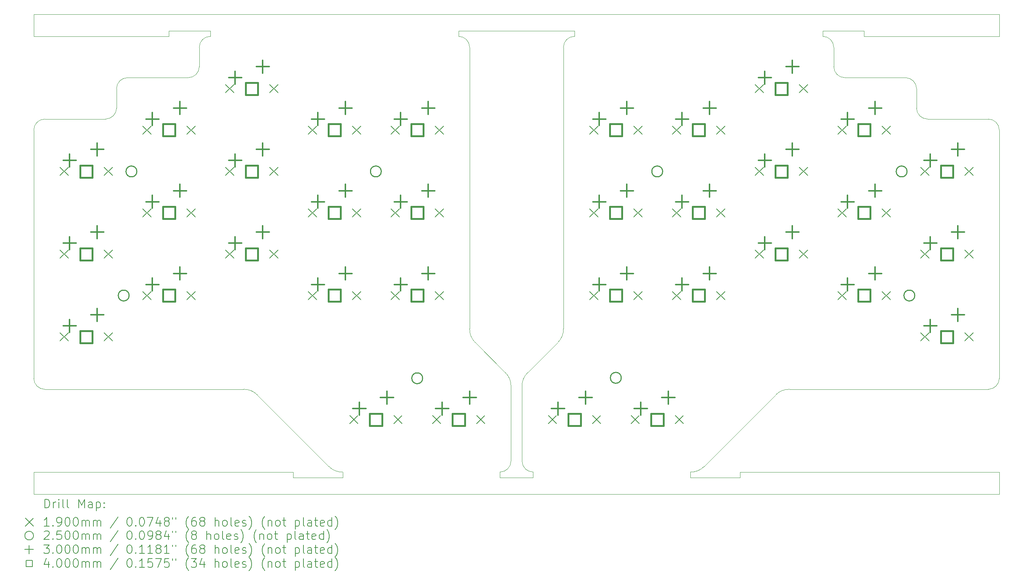
<source format=gbr>
%TF.GenerationSoftware,KiCad,Pcbnew,(6.0.7-1)-1*%
%TF.CreationDate,2022-08-07T10:56:06+08:00*%
%TF.ProjectId,Input,496e7075-742e-46b6-9963-61645f706362,2*%
%TF.SameCoordinates,PX7616b68PY48ab840*%
%TF.FileFunction,Drillmap*%
%TF.FilePolarity,Positive*%
%FSLAX45Y45*%
G04 Gerber Fmt 4.5, Leading zero omitted, Abs format (unit mm)*
G04 Created by KiCad (PCBNEW (6.0.7-1)-1) date 2022-08-07 10:56:06*
%MOMM*%
%LPD*%
G01*
G04 APERTURE LIST*
%ADD10C,0.120000*%
%ADD11C,0.200000*%
%ADD12C,0.190000*%
%ADD13C,0.250000*%
%ADD14C,0.300000*%
%ADD15C,0.400000*%
G04 APERTURE END LIST*
D10*
X14351000Y-6921500D02*
X8382000Y-6921500D01*
X2159003Y-3619500D02*
G75*
G03*
X2286000Y-3937000I417557J-17130D01*
G01*
X8382000Y-7048500D02*
X8382000Y-6921500D01*
X-762000Y-7048500D02*
X-1905000Y-7048500D01*
X-7874000Y-6921500D02*
X-7874000Y-7429500D01*
X3111497Y-4953000D02*
G75*
G03*
X2984500Y-4635500I-417557J17130D01*
G01*
X14351000Y3619500D02*
X14351000Y3111500D01*
X9525000Y-5016503D02*
G75*
G03*
X9207500Y-5143500I-17130J-417557D01*
G01*
X12446000Y1460500D02*
G75*
G03*
X12700000Y1206500I254000J0D01*
G01*
X14097000Y1206500D02*
X12700000Y1206500D01*
X-7874000Y952500D02*
X-7874000Y-4762500D01*
X4191002Y-3937002D02*
G75*
G03*
X4318000Y-3619500I-290562J300372D01*
G01*
X-3810000Y3111500D02*
X-3810000Y3238500D01*
X14097000Y-5016500D02*
G75*
G03*
X14351000Y-4762500I0J254000D01*
G01*
X1905000Y3238500D02*
X4572000Y3238500D01*
X14351000Y-4762500D02*
X14351000Y952500D01*
X-7620000Y1206500D02*
G75*
G03*
X-7874000Y952500I0J-254000D01*
G01*
X10541000Y2413000D02*
X10541000Y2857500D01*
X-1079502Y-6794502D02*
G75*
G03*
X-762000Y-6921500I300372J290562D01*
G01*
X14351000Y3619500D02*
X-7874000Y3619500D01*
X-762000Y-6921500D02*
X-762000Y-7048500D01*
X-2730498Y-5143498D02*
G75*
G03*
X-3048000Y-5016500I-300372J-290562D01*
G01*
X9207500Y-5143500D02*
X7556500Y-6794500D01*
X-4762500Y3238500D02*
X-4762500Y3111500D01*
X-7874000Y3111500D02*
X-7874000Y3619500D01*
X2857500Y-7048500D02*
X3619500Y-7048500D01*
X-6223000Y1206500D02*
G75*
G03*
X-5969000Y1460500I0J254000D01*
G01*
X-4318000Y2159000D02*
X-5715000Y2159000D01*
X10541000Y2857500D02*
G75*
G03*
X10287000Y3111500I-254000J0D01*
G01*
X9525000Y-5016500D02*
X14097000Y-5016500D01*
X11239500Y3238500D02*
X10287000Y3238500D01*
X-1079500Y-6794500D02*
X-2730500Y-5143500D01*
X-7874000Y-4762500D02*
G75*
G03*
X-7620000Y-5016500I254000J0D01*
G01*
X-4318000Y2159000D02*
G75*
G03*
X-4064000Y2413000I0J254000D01*
G01*
X-5715000Y2159000D02*
G75*
G03*
X-5969000Y1905000I0J-254000D01*
G01*
X4572000Y3238500D02*
X4572000Y3111500D01*
X3365500Y-6667500D02*
G75*
G03*
X3619500Y-6921500I254000J0D01*
G01*
X-6223000Y1206500D02*
X-7620000Y1206500D01*
X-7620000Y-5016500D02*
X-3048000Y-5016500D01*
X14351000Y952500D02*
G75*
G03*
X14097000Y1206500I-254000J0D01*
G01*
X-1905000Y-6921500D02*
X-1905000Y-7048500D01*
X12446000Y1905000D02*
G75*
G03*
X12192000Y2159000I-254000J0D01*
G01*
X10287000Y3238500D02*
X10287000Y3111500D01*
X-3810000Y3111500D02*
G75*
G03*
X-4064000Y2857500I0J-254000D01*
G01*
X3492498Y-4635498D02*
G75*
G03*
X3365500Y-4953000I290562J-300372D01*
G01*
X14351000Y3111500D02*
X11239500Y3111500D01*
X3365500Y-6667500D02*
X3365500Y-4953000D01*
X-3810000Y3238500D02*
X-4762500Y3238500D01*
X2984500Y-4635500D02*
X2286000Y-3937000D01*
X2857500Y-6921500D02*
X2857500Y-7048500D01*
X7239000Y-6921497D02*
G75*
G03*
X7556500Y-6794500I17130J417557D01*
G01*
X-4064000Y2857500D02*
X-4064000Y2413000D01*
X4318000Y2857500D02*
X4318000Y-3619500D01*
X-1905000Y-6921500D02*
X-7874000Y-6921500D01*
X3619500Y-7048500D02*
X3619500Y-6921500D01*
X7239000Y-7048500D02*
X7239000Y-6921500D01*
X4191000Y-3937000D02*
X3492500Y-4635500D01*
X10541000Y2413000D02*
G75*
G03*
X10795000Y2159000I254000J0D01*
G01*
X2857500Y-6921500D02*
G75*
G03*
X3111500Y-6667500I0J254000D01*
G01*
X3111500Y-4953000D02*
X3111500Y-6667500D01*
X14351000Y-7429500D02*
X-7874000Y-7429500D01*
X14351000Y-7429500D02*
X14351000Y-6921500D01*
X11239500Y3111500D02*
X11239500Y3238500D01*
X-4762500Y3111500D02*
X-7874000Y3111500D01*
X4572000Y3111500D02*
G75*
G03*
X4318000Y2857500I0J-254000D01*
G01*
X1905000Y3111500D02*
X1905000Y3238500D01*
X12192000Y2159000D02*
X10795000Y2159000D01*
X-5969000Y1905000D02*
X-5969000Y1460500D01*
X12446000Y1460500D02*
X12446000Y1905000D01*
X2159000Y-3619500D02*
X2159000Y2857500D01*
X2159000Y2857500D02*
G75*
G03*
X1905000Y3111500I-254000J0D01*
G01*
X8382000Y-7048500D02*
X7239000Y-7048500D01*
D11*
D12*
X-7270500Y95000D02*
X-7080500Y-95000D01*
X-7080500Y95000D02*
X-7270500Y-95000D01*
X-7270500Y-1810000D02*
X-7080500Y-2000000D01*
X-7080500Y-1810000D02*
X-7270500Y-2000000D01*
X-7270500Y-3715000D02*
X-7080500Y-3905000D01*
X-7080500Y-3715000D02*
X-7270500Y-3905000D01*
X-6254500Y95000D02*
X-6064500Y-95000D01*
X-6064500Y95000D02*
X-6254500Y-95000D01*
X-6254500Y-1810000D02*
X-6064500Y-2000000D01*
X-6064500Y-1810000D02*
X-6254500Y-2000000D01*
X-6254500Y-3715000D02*
X-6064500Y-3905000D01*
X-6064500Y-3715000D02*
X-6254500Y-3905000D01*
X-5365500Y1047500D02*
X-5175500Y857500D01*
X-5175500Y1047500D02*
X-5365500Y857500D01*
X-5365500Y-857500D02*
X-5175500Y-1047500D01*
X-5175500Y-857500D02*
X-5365500Y-1047500D01*
X-5365500Y-2762500D02*
X-5175500Y-2952500D01*
X-5175500Y-2762500D02*
X-5365500Y-2952500D01*
X-4349500Y1047500D02*
X-4159500Y857500D01*
X-4159500Y1047500D02*
X-4349500Y857500D01*
X-4349500Y-857500D02*
X-4159500Y-1047500D01*
X-4159500Y-857500D02*
X-4349500Y-1047500D01*
X-4349500Y-2762500D02*
X-4159500Y-2952500D01*
X-4159500Y-2762500D02*
X-4349500Y-2952500D01*
X-3460500Y2000000D02*
X-3270500Y1810000D01*
X-3270500Y2000000D02*
X-3460500Y1810000D01*
X-3460500Y95000D02*
X-3270500Y-95000D01*
X-3270500Y95000D02*
X-3460500Y-95000D01*
X-3460500Y-1810000D02*
X-3270500Y-2000000D01*
X-3270500Y-1810000D02*
X-3460500Y-2000000D01*
X-2444500Y2000000D02*
X-2254500Y1810000D01*
X-2254500Y2000000D02*
X-2444500Y1810000D01*
X-2444500Y95000D02*
X-2254500Y-95000D01*
X-2254500Y95000D02*
X-2444500Y-95000D01*
X-2444500Y-1810000D02*
X-2254500Y-2000000D01*
X-2254500Y-1810000D02*
X-2444500Y-2000000D01*
X-1555500Y1047500D02*
X-1365500Y857500D01*
X-1365500Y1047500D02*
X-1555500Y857500D01*
X-1555500Y-857500D02*
X-1365500Y-1047500D01*
X-1365500Y-857500D02*
X-1555500Y-1047500D01*
X-1555500Y-2762500D02*
X-1365500Y-2952500D01*
X-1365500Y-2762500D02*
X-1555500Y-2952500D01*
X-603000Y-5620000D02*
X-413000Y-5810000D01*
X-413000Y-5620000D02*
X-603000Y-5810000D01*
X-539500Y1047500D02*
X-349500Y857500D01*
X-349500Y1047500D02*
X-539500Y857500D01*
X-539500Y-857500D02*
X-349500Y-1047500D01*
X-349500Y-857500D02*
X-539500Y-1047500D01*
X-539500Y-2762500D02*
X-349500Y-2952500D01*
X-349500Y-2762500D02*
X-539500Y-2952500D01*
X349500Y1047500D02*
X539500Y857500D01*
X539500Y1047500D02*
X349500Y857500D01*
X349500Y-857500D02*
X539500Y-1047500D01*
X539500Y-857500D02*
X349500Y-1047500D01*
X349500Y-2762500D02*
X539500Y-2952500D01*
X539500Y-2762500D02*
X349500Y-2952500D01*
X413000Y-5620000D02*
X603000Y-5810000D01*
X603000Y-5620000D02*
X413000Y-5810000D01*
X1302000Y-5620000D02*
X1492000Y-5810000D01*
X1492000Y-5620000D02*
X1302000Y-5810000D01*
X1365500Y1047500D02*
X1555500Y857500D01*
X1555500Y1047500D02*
X1365500Y857500D01*
X1365500Y-857500D02*
X1555500Y-1047500D01*
X1555500Y-857500D02*
X1365500Y-1047500D01*
X1365500Y-2762500D02*
X1555500Y-2952500D01*
X1555500Y-2762500D02*
X1365500Y-2952500D01*
X2318000Y-5620000D02*
X2508000Y-5810000D01*
X2508000Y-5620000D02*
X2318000Y-5810000D01*
X3969000Y-5620000D02*
X4159000Y-5810000D01*
X4159000Y-5620000D02*
X3969000Y-5810000D01*
X4921500Y1047500D02*
X5111500Y857500D01*
X5111500Y1047500D02*
X4921500Y857500D01*
X4921500Y-857500D02*
X5111500Y-1047500D01*
X5111500Y-857500D02*
X4921500Y-1047500D01*
X4921500Y-2762500D02*
X5111500Y-2952500D01*
X5111500Y-2762500D02*
X4921500Y-2952500D01*
X4985000Y-5620000D02*
X5175000Y-5810000D01*
X5175000Y-5620000D02*
X4985000Y-5810000D01*
X5874000Y-5620000D02*
X6064000Y-5810000D01*
X6064000Y-5620000D02*
X5874000Y-5810000D01*
X5937500Y1047500D02*
X6127500Y857500D01*
X6127500Y1047500D02*
X5937500Y857500D01*
X5937500Y-857500D02*
X6127500Y-1047500D01*
X6127500Y-857500D02*
X5937500Y-1047500D01*
X5937500Y-2762500D02*
X6127500Y-2952500D01*
X6127500Y-2762500D02*
X5937500Y-2952500D01*
X6826500Y1047500D02*
X7016500Y857500D01*
X7016500Y1047500D02*
X6826500Y857500D01*
X6826500Y-857500D02*
X7016500Y-1047500D01*
X7016500Y-857500D02*
X6826500Y-1047500D01*
X6826500Y-2762500D02*
X7016500Y-2952500D01*
X7016500Y-2762500D02*
X6826500Y-2952500D01*
X6890000Y-5620000D02*
X7080000Y-5810000D01*
X7080000Y-5620000D02*
X6890000Y-5810000D01*
X7842500Y1047500D02*
X8032500Y857500D01*
X8032500Y1047500D02*
X7842500Y857500D01*
X7842500Y-857500D02*
X8032500Y-1047500D01*
X8032500Y-857500D02*
X7842500Y-1047500D01*
X7842500Y-2762500D02*
X8032500Y-2952500D01*
X8032500Y-2762500D02*
X7842500Y-2952500D01*
X8731500Y2000000D02*
X8921500Y1810000D01*
X8921500Y2000000D02*
X8731500Y1810000D01*
X8731500Y95000D02*
X8921500Y-95000D01*
X8921500Y95000D02*
X8731500Y-95000D01*
X8731500Y-1810000D02*
X8921500Y-2000000D01*
X8921500Y-1810000D02*
X8731500Y-2000000D01*
X9747500Y2000000D02*
X9937500Y1810000D01*
X9937500Y2000000D02*
X9747500Y1810000D01*
X9747500Y95000D02*
X9937500Y-95000D01*
X9937500Y95000D02*
X9747500Y-95000D01*
X9747500Y-1810000D02*
X9937500Y-2000000D01*
X9937500Y-1810000D02*
X9747500Y-2000000D01*
X10636500Y1047500D02*
X10826500Y857500D01*
X10826500Y1047500D02*
X10636500Y857500D01*
X10636500Y-857500D02*
X10826500Y-1047500D01*
X10826500Y-857500D02*
X10636500Y-1047500D01*
X10636500Y-2762500D02*
X10826500Y-2952500D01*
X10826500Y-2762500D02*
X10636500Y-2952500D01*
X11652500Y1047500D02*
X11842500Y857500D01*
X11842500Y1047500D02*
X11652500Y857500D01*
X11652500Y-857500D02*
X11842500Y-1047500D01*
X11842500Y-857500D02*
X11652500Y-1047500D01*
X11652500Y-2762500D02*
X11842500Y-2952500D01*
X11842500Y-2762500D02*
X11652500Y-2952500D01*
X12541500Y95000D02*
X12731500Y-95000D01*
X12731500Y95000D02*
X12541500Y-95000D01*
X12541500Y-1810000D02*
X12731500Y-2000000D01*
X12731500Y-1810000D02*
X12541500Y-2000000D01*
X12541500Y-3715000D02*
X12731500Y-3905000D01*
X12731500Y-3715000D02*
X12541500Y-3905000D01*
X13557500Y95000D02*
X13747500Y-95000D01*
X13747500Y95000D02*
X13557500Y-95000D01*
X13557500Y-1810000D02*
X13747500Y-2000000D01*
X13747500Y-1810000D02*
X13557500Y-2000000D01*
X13557500Y-3715000D02*
X13747500Y-3905000D01*
X13747500Y-3715000D02*
X13557500Y-3905000D01*
D13*
X-5678900Y-2857500D02*
G75*
G03*
X-5678900Y-2857500I-125000J0D01*
G01*
X-5501100Y0D02*
G75*
G03*
X-5501100Y0I-125000J0D01*
G01*
X125000Y0D02*
G75*
G03*
X125000Y0I-125000J0D01*
G01*
X1077500Y-4762500D02*
G75*
G03*
X1077500Y-4762500I-125000J0D01*
G01*
X5649500Y-4752340D02*
G75*
G03*
X5649500Y-4752340I-125000J0D01*
G01*
X6602000Y0D02*
G75*
G03*
X6602000Y0I-125000J0D01*
G01*
X12228100Y0D02*
G75*
G03*
X12228100Y0I-125000J0D01*
G01*
X12405900Y-2857500D02*
G75*
G03*
X12405900Y-2857500I-125000J0D01*
G01*
D14*
X-7048500Y404000D02*
X-7048500Y104000D01*
X-7198500Y254000D02*
X-6898500Y254000D01*
X-7048500Y-1501000D02*
X-7048500Y-1801000D01*
X-7198500Y-1651000D02*
X-6898500Y-1651000D01*
X-7048500Y-3406000D02*
X-7048500Y-3706000D01*
X-7198500Y-3556000D02*
X-6898500Y-3556000D01*
X-6413500Y658000D02*
X-6413500Y358000D01*
X-6563500Y508000D02*
X-6263500Y508000D01*
X-6413500Y-1247000D02*
X-6413500Y-1547000D01*
X-6563500Y-1397000D02*
X-6263500Y-1397000D01*
X-6413500Y-3152000D02*
X-6413500Y-3452000D01*
X-6563500Y-3302000D02*
X-6263500Y-3302000D01*
X-5143500Y1356500D02*
X-5143500Y1056500D01*
X-5293500Y1206500D02*
X-4993500Y1206500D01*
X-5143500Y-548500D02*
X-5143500Y-848500D01*
X-5293500Y-698500D02*
X-4993500Y-698500D01*
X-5143500Y-2453500D02*
X-5143500Y-2753500D01*
X-5293500Y-2603500D02*
X-4993500Y-2603500D01*
X-4508500Y1610500D02*
X-4508500Y1310500D01*
X-4658500Y1460500D02*
X-4358500Y1460500D01*
X-4508500Y-294500D02*
X-4508500Y-594500D01*
X-4658500Y-444500D02*
X-4358500Y-444500D01*
X-4508500Y-2199500D02*
X-4508500Y-2499500D01*
X-4658500Y-2349500D02*
X-4358500Y-2349500D01*
X-3238500Y2309000D02*
X-3238500Y2009000D01*
X-3388500Y2159000D02*
X-3088500Y2159000D01*
X-3238500Y404000D02*
X-3238500Y104000D01*
X-3388500Y254000D02*
X-3088500Y254000D01*
X-3238500Y-1501000D02*
X-3238500Y-1801000D01*
X-3388500Y-1651000D02*
X-3088500Y-1651000D01*
X-2603500Y2563000D02*
X-2603500Y2263000D01*
X-2753500Y2413000D02*
X-2453500Y2413000D01*
X-2603500Y658000D02*
X-2603500Y358000D01*
X-2753500Y508000D02*
X-2453500Y508000D01*
X-2603500Y-1247000D02*
X-2603500Y-1547000D01*
X-2753500Y-1397000D02*
X-2453500Y-1397000D01*
X-1333500Y1356500D02*
X-1333500Y1056500D01*
X-1483500Y1206500D02*
X-1183500Y1206500D01*
X-1333500Y-548500D02*
X-1333500Y-848500D01*
X-1483500Y-698500D02*
X-1183500Y-698500D01*
X-1333500Y-2453500D02*
X-1333500Y-2753500D01*
X-1483500Y-2603500D02*
X-1183500Y-2603500D01*
X-698500Y1610500D02*
X-698500Y1310500D01*
X-848500Y1460500D02*
X-548500Y1460500D01*
X-698500Y-294500D02*
X-698500Y-594500D01*
X-848500Y-444500D02*
X-548500Y-444500D01*
X-698500Y-2199500D02*
X-698500Y-2499500D01*
X-848500Y-2349500D02*
X-548500Y-2349500D01*
X-381000Y-5311000D02*
X-381000Y-5611000D01*
X-531000Y-5461000D02*
X-231000Y-5461000D01*
X254000Y-5057000D02*
X254000Y-5357000D01*
X104000Y-5207000D02*
X404000Y-5207000D01*
X571500Y1356500D02*
X571500Y1056500D01*
X421500Y1206500D02*
X721500Y1206500D01*
X571500Y-548500D02*
X571500Y-848500D01*
X421500Y-698500D02*
X721500Y-698500D01*
X571500Y-2453500D02*
X571500Y-2753500D01*
X421500Y-2603500D02*
X721500Y-2603500D01*
X1206500Y1610500D02*
X1206500Y1310500D01*
X1056500Y1460500D02*
X1356500Y1460500D01*
X1206500Y-294500D02*
X1206500Y-594500D01*
X1056500Y-444500D02*
X1356500Y-444500D01*
X1206500Y-2199500D02*
X1206500Y-2499500D01*
X1056500Y-2349500D02*
X1356500Y-2349500D01*
X1524000Y-5311000D02*
X1524000Y-5611000D01*
X1374000Y-5461000D02*
X1674000Y-5461000D01*
X2159000Y-5057000D02*
X2159000Y-5357000D01*
X2009000Y-5207000D02*
X2309000Y-5207000D01*
X4191000Y-5311000D02*
X4191000Y-5611000D01*
X4041000Y-5461000D02*
X4341000Y-5461000D01*
X4826000Y-5057000D02*
X4826000Y-5357000D01*
X4676000Y-5207000D02*
X4976000Y-5207000D01*
X5143500Y1356500D02*
X5143500Y1056500D01*
X4993500Y1206500D02*
X5293500Y1206500D01*
X5143500Y-548500D02*
X5143500Y-848500D01*
X4993500Y-698500D02*
X5293500Y-698500D01*
X5143500Y-2453500D02*
X5143500Y-2753500D01*
X4993500Y-2603500D02*
X5293500Y-2603500D01*
X5778500Y1610500D02*
X5778500Y1310500D01*
X5628500Y1460500D02*
X5928500Y1460500D01*
X5778500Y-294500D02*
X5778500Y-594500D01*
X5628500Y-444500D02*
X5928500Y-444500D01*
X5778500Y-2199500D02*
X5778500Y-2499500D01*
X5628500Y-2349500D02*
X5928500Y-2349500D01*
X6096000Y-5311000D02*
X6096000Y-5611000D01*
X5946000Y-5461000D02*
X6246000Y-5461000D01*
X6731000Y-5057000D02*
X6731000Y-5357000D01*
X6581000Y-5207000D02*
X6881000Y-5207000D01*
X7048500Y1356500D02*
X7048500Y1056500D01*
X6898500Y1206500D02*
X7198500Y1206500D01*
X7048500Y-548500D02*
X7048500Y-848500D01*
X6898500Y-698500D02*
X7198500Y-698500D01*
X7048500Y-2453500D02*
X7048500Y-2753500D01*
X6898500Y-2603500D02*
X7198500Y-2603500D01*
X7683500Y1610500D02*
X7683500Y1310500D01*
X7533500Y1460500D02*
X7833500Y1460500D01*
X7683500Y-294500D02*
X7683500Y-594500D01*
X7533500Y-444500D02*
X7833500Y-444500D01*
X7683500Y-2199500D02*
X7683500Y-2499500D01*
X7533500Y-2349500D02*
X7833500Y-2349500D01*
X8953500Y2309000D02*
X8953500Y2009000D01*
X8803500Y2159000D02*
X9103500Y2159000D01*
X8953500Y404000D02*
X8953500Y104000D01*
X8803500Y254000D02*
X9103500Y254000D01*
X8953500Y-1501000D02*
X8953500Y-1801000D01*
X8803500Y-1651000D02*
X9103500Y-1651000D01*
X9588500Y2563000D02*
X9588500Y2263000D01*
X9438500Y2413000D02*
X9738500Y2413000D01*
X9588500Y658000D02*
X9588500Y358000D01*
X9438500Y508000D02*
X9738500Y508000D01*
X9588500Y-1247000D02*
X9588500Y-1547000D01*
X9438500Y-1397000D02*
X9738500Y-1397000D01*
X10858500Y1356500D02*
X10858500Y1056500D01*
X10708500Y1206500D02*
X11008500Y1206500D01*
X10858500Y-548500D02*
X10858500Y-848500D01*
X10708500Y-698500D02*
X11008500Y-698500D01*
X10858500Y-2453500D02*
X10858500Y-2753500D01*
X10708500Y-2603500D02*
X11008500Y-2603500D01*
X11493500Y1610500D02*
X11493500Y1310500D01*
X11343500Y1460500D02*
X11643500Y1460500D01*
X11493500Y-294500D02*
X11493500Y-594500D01*
X11343500Y-444500D02*
X11643500Y-444500D01*
X11493500Y-2199500D02*
X11493500Y-2499500D01*
X11343500Y-2349500D02*
X11643500Y-2349500D01*
X12763500Y404000D02*
X12763500Y104000D01*
X12613500Y254000D02*
X12913500Y254000D01*
X12763500Y-1501000D02*
X12763500Y-1801000D01*
X12613500Y-1651000D02*
X12913500Y-1651000D01*
X12763500Y-3406000D02*
X12763500Y-3706000D01*
X12613500Y-3556000D02*
X12913500Y-3556000D01*
X13398500Y658000D02*
X13398500Y358000D01*
X13248500Y508000D02*
X13548500Y508000D01*
X13398500Y-1247000D02*
X13398500Y-1547000D01*
X13248500Y-1397000D02*
X13548500Y-1397000D01*
X13398500Y-3152000D02*
X13398500Y-3452000D01*
X13248500Y-3302000D02*
X13548500Y-3302000D01*
D15*
X-6526077Y-141423D02*
X-6526077Y141423D01*
X-6808923Y141423D01*
X-6808923Y-141423D01*
X-6526077Y-141423D01*
X-6526077Y-2046423D02*
X-6526077Y-1763577D01*
X-6808923Y-1763577D01*
X-6808923Y-2046423D01*
X-6526077Y-2046423D01*
X-6526077Y-3951423D02*
X-6526077Y-3668577D01*
X-6808923Y-3668577D01*
X-6808923Y-3951423D01*
X-6526077Y-3951423D01*
X-4621077Y811077D02*
X-4621077Y1093923D01*
X-4903923Y1093923D01*
X-4903923Y811077D01*
X-4621077Y811077D01*
X-4621077Y-1093923D02*
X-4621077Y-811077D01*
X-4903923Y-811077D01*
X-4903923Y-1093923D01*
X-4621077Y-1093923D01*
X-4621077Y-2998923D02*
X-4621077Y-2716077D01*
X-4903923Y-2716077D01*
X-4903923Y-2998923D01*
X-4621077Y-2998923D01*
X-2716077Y1763577D02*
X-2716077Y2046423D01*
X-2998923Y2046423D01*
X-2998923Y1763577D01*
X-2716077Y1763577D01*
X-2716077Y-141423D02*
X-2716077Y141423D01*
X-2998923Y141423D01*
X-2998923Y-141423D01*
X-2716077Y-141423D01*
X-2716077Y-2046423D02*
X-2716077Y-1763577D01*
X-2998923Y-1763577D01*
X-2998923Y-2046423D01*
X-2716077Y-2046423D01*
X-811077Y811077D02*
X-811077Y1093923D01*
X-1093923Y1093923D01*
X-1093923Y811077D01*
X-811077Y811077D01*
X-811077Y-1093923D02*
X-811077Y-811077D01*
X-1093923Y-811077D01*
X-1093923Y-1093923D01*
X-811077Y-1093923D01*
X-811077Y-2998923D02*
X-811077Y-2716077D01*
X-1093923Y-2716077D01*
X-1093923Y-2998923D01*
X-811077Y-2998923D01*
X141423Y-5856423D02*
X141423Y-5573577D01*
X-141423Y-5573577D01*
X-141423Y-5856423D01*
X141423Y-5856423D01*
X1093923Y811077D02*
X1093923Y1093923D01*
X811077Y1093923D01*
X811077Y811077D01*
X1093923Y811077D01*
X1093923Y-1093923D02*
X1093923Y-811077D01*
X811077Y-811077D01*
X811077Y-1093923D01*
X1093923Y-1093923D01*
X1093923Y-2998923D02*
X1093923Y-2716077D01*
X811077Y-2716077D01*
X811077Y-2998923D01*
X1093923Y-2998923D01*
X2046423Y-5856423D02*
X2046423Y-5573577D01*
X1763577Y-5573577D01*
X1763577Y-5856423D01*
X2046423Y-5856423D01*
X4713423Y-5856423D02*
X4713423Y-5573577D01*
X4430577Y-5573577D01*
X4430577Y-5856423D01*
X4713423Y-5856423D01*
X5665923Y811077D02*
X5665923Y1093923D01*
X5383077Y1093923D01*
X5383077Y811077D01*
X5665923Y811077D01*
X5665923Y-1093923D02*
X5665923Y-811077D01*
X5383077Y-811077D01*
X5383077Y-1093923D01*
X5665923Y-1093923D01*
X5665923Y-2998923D02*
X5665923Y-2716077D01*
X5383077Y-2716077D01*
X5383077Y-2998923D01*
X5665923Y-2998923D01*
X6618423Y-5856423D02*
X6618423Y-5573577D01*
X6335577Y-5573577D01*
X6335577Y-5856423D01*
X6618423Y-5856423D01*
X7570923Y811077D02*
X7570923Y1093923D01*
X7288077Y1093923D01*
X7288077Y811077D01*
X7570923Y811077D01*
X7570923Y-1093923D02*
X7570923Y-811077D01*
X7288077Y-811077D01*
X7288077Y-1093923D01*
X7570923Y-1093923D01*
X7570923Y-2998923D02*
X7570923Y-2716077D01*
X7288077Y-2716077D01*
X7288077Y-2998923D01*
X7570923Y-2998923D01*
X9475923Y1763577D02*
X9475923Y2046423D01*
X9193077Y2046423D01*
X9193077Y1763577D01*
X9475923Y1763577D01*
X9475923Y-141423D02*
X9475923Y141423D01*
X9193077Y141423D01*
X9193077Y-141423D01*
X9475923Y-141423D01*
X9475923Y-2046423D02*
X9475923Y-1763577D01*
X9193077Y-1763577D01*
X9193077Y-2046423D01*
X9475923Y-2046423D01*
X11380923Y811077D02*
X11380923Y1093923D01*
X11098077Y1093923D01*
X11098077Y811077D01*
X11380923Y811077D01*
X11380923Y-1093923D02*
X11380923Y-811077D01*
X11098077Y-811077D01*
X11098077Y-1093923D01*
X11380923Y-1093923D01*
X11380923Y-2998923D02*
X11380923Y-2716077D01*
X11098077Y-2716077D01*
X11098077Y-2998923D01*
X11380923Y-2998923D01*
X13285923Y-141423D02*
X13285923Y141423D01*
X13003077Y141423D01*
X13003077Y-141423D01*
X13285923Y-141423D01*
X13285923Y-2046423D02*
X13285923Y-1763577D01*
X13003077Y-1763577D01*
X13003077Y-2046423D01*
X13285923Y-2046423D01*
X13285923Y-3951423D02*
X13285923Y-3668577D01*
X13003077Y-3668577D01*
X13003077Y-3951423D01*
X13285923Y-3951423D01*
D11*
X-7622381Y-7745976D02*
X-7622381Y-7545976D01*
X-7574762Y-7545976D01*
X-7546190Y-7555500D01*
X-7527143Y-7574548D01*
X-7517619Y-7593595D01*
X-7508095Y-7631690D01*
X-7508095Y-7660262D01*
X-7517619Y-7698357D01*
X-7527143Y-7717405D01*
X-7546190Y-7736452D01*
X-7574762Y-7745976D01*
X-7622381Y-7745976D01*
X-7422381Y-7745976D02*
X-7422381Y-7612643D01*
X-7422381Y-7650738D02*
X-7412857Y-7631690D01*
X-7403333Y-7622167D01*
X-7384286Y-7612643D01*
X-7365238Y-7612643D01*
X-7298571Y-7745976D02*
X-7298571Y-7612643D01*
X-7298571Y-7545976D02*
X-7308095Y-7555500D01*
X-7298571Y-7565024D01*
X-7289048Y-7555500D01*
X-7298571Y-7545976D01*
X-7298571Y-7565024D01*
X-7174762Y-7745976D02*
X-7193810Y-7736452D01*
X-7203333Y-7717405D01*
X-7203333Y-7545976D01*
X-7070000Y-7745976D02*
X-7089048Y-7736452D01*
X-7098571Y-7717405D01*
X-7098571Y-7545976D01*
X-6841429Y-7745976D02*
X-6841429Y-7545976D01*
X-6774762Y-7688833D01*
X-6708095Y-7545976D01*
X-6708095Y-7745976D01*
X-6527143Y-7745976D02*
X-6527143Y-7641214D01*
X-6536667Y-7622167D01*
X-6555714Y-7612643D01*
X-6593810Y-7612643D01*
X-6612857Y-7622167D01*
X-6527143Y-7736452D02*
X-6546190Y-7745976D01*
X-6593810Y-7745976D01*
X-6612857Y-7736452D01*
X-6622381Y-7717405D01*
X-6622381Y-7698357D01*
X-6612857Y-7679309D01*
X-6593810Y-7669786D01*
X-6546190Y-7669786D01*
X-6527143Y-7660262D01*
X-6431905Y-7612643D02*
X-6431905Y-7812643D01*
X-6431905Y-7622167D02*
X-6412857Y-7612643D01*
X-6374762Y-7612643D01*
X-6355714Y-7622167D01*
X-6346190Y-7631690D01*
X-6336667Y-7650738D01*
X-6336667Y-7707881D01*
X-6346190Y-7726928D01*
X-6355714Y-7736452D01*
X-6374762Y-7745976D01*
X-6412857Y-7745976D01*
X-6431905Y-7736452D01*
X-6250952Y-7726928D02*
X-6241429Y-7736452D01*
X-6250952Y-7745976D01*
X-6260476Y-7736452D01*
X-6250952Y-7726928D01*
X-6250952Y-7745976D01*
X-6250952Y-7622167D02*
X-6241429Y-7631690D01*
X-6250952Y-7641214D01*
X-6260476Y-7631690D01*
X-6250952Y-7622167D01*
X-6250952Y-7641214D01*
D12*
X-8070000Y-7980500D02*
X-7880000Y-8170500D01*
X-7880000Y-7980500D02*
X-8070000Y-8170500D01*
D11*
X-7517619Y-8165976D02*
X-7631905Y-8165976D01*
X-7574762Y-8165976D02*
X-7574762Y-7965976D01*
X-7593810Y-7994548D01*
X-7612857Y-8013595D01*
X-7631905Y-8023119D01*
X-7431905Y-8146928D02*
X-7422381Y-8156452D01*
X-7431905Y-8165976D01*
X-7441429Y-8156452D01*
X-7431905Y-8146928D01*
X-7431905Y-8165976D01*
X-7327143Y-8165976D02*
X-7289048Y-8165976D01*
X-7270000Y-8156452D01*
X-7260476Y-8146928D01*
X-7241429Y-8118357D01*
X-7231905Y-8080262D01*
X-7231905Y-8004071D01*
X-7241429Y-7985024D01*
X-7250952Y-7975500D01*
X-7270000Y-7965976D01*
X-7308095Y-7965976D01*
X-7327143Y-7975500D01*
X-7336667Y-7985024D01*
X-7346190Y-8004071D01*
X-7346190Y-8051690D01*
X-7336667Y-8070738D01*
X-7327143Y-8080262D01*
X-7308095Y-8089786D01*
X-7270000Y-8089786D01*
X-7250952Y-8080262D01*
X-7241429Y-8070738D01*
X-7231905Y-8051690D01*
X-7108095Y-7965976D02*
X-7089048Y-7965976D01*
X-7070000Y-7975500D01*
X-7060476Y-7985024D01*
X-7050952Y-8004071D01*
X-7041429Y-8042167D01*
X-7041429Y-8089786D01*
X-7050952Y-8127881D01*
X-7060476Y-8146928D01*
X-7070000Y-8156452D01*
X-7089048Y-8165976D01*
X-7108095Y-8165976D01*
X-7127143Y-8156452D01*
X-7136667Y-8146928D01*
X-7146190Y-8127881D01*
X-7155714Y-8089786D01*
X-7155714Y-8042167D01*
X-7146190Y-8004071D01*
X-7136667Y-7985024D01*
X-7127143Y-7975500D01*
X-7108095Y-7965976D01*
X-6917619Y-7965976D02*
X-6898571Y-7965976D01*
X-6879524Y-7975500D01*
X-6870000Y-7985024D01*
X-6860476Y-8004071D01*
X-6850952Y-8042167D01*
X-6850952Y-8089786D01*
X-6860476Y-8127881D01*
X-6870000Y-8146928D01*
X-6879524Y-8156452D01*
X-6898571Y-8165976D01*
X-6917619Y-8165976D01*
X-6936667Y-8156452D01*
X-6946190Y-8146928D01*
X-6955714Y-8127881D01*
X-6965238Y-8089786D01*
X-6965238Y-8042167D01*
X-6955714Y-8004071D01*
X-6946190Y-7985024D01*
X-6936667Y-7975500D01*
X-6917619Y-7965976D01*
X-6765238Y-8165976D02*
X-6765238Y-8032643D01*
X-6765238Y-8051690D02*
X-6755714Y-8042167D01*
X-6736667Y-8032643D01*
X-6708095Y-8032643D01*
X-6689048Y-8042167D01*
X-6679524Y-8061214D01*
X-6679524Y-8165976D01*
X-6679524Y-8061214D02*
X-6670000Y-8042167D01*
X-6650952Y-8032643D01*
X-6622381Y-8032643D01*
X-6603333Y-8042167D01*
X-6593810Y-8061214D01*
X-6593810Y-8165976D01*
X-6498571Y-8165976D02*
X-6498571Y-8032643D01*
X-6498571Y-8051690D02*
X-6489048Y-8042167D01*
X-6470000Y-8032643D01*
X-6441429Y-8032643D01*
X-6422381Y-8042167D01*
X-6412857Y-8061214D01*
X-6412857Y-8165976D01*
X-6412857Y-8061214D02*
X-6403333Y-8042167D01*
X-6384286Y-8032643D01*
X-6355714Y-8032643D01*
X-6336667Y-8042167D01*
X-6327143Y-8061214D01*
X-6327143Y-8165976D01*
X-5936667Y-7956452D02*
X-6108095Y-8213595D01*
X-5679524Y-7965976D02*
X-5660476Y-7965976D01*
X-5641429Y-7975500D01*
X-5631905Y-7985024D01*
X-5622381Y-8004071D01*
X-5612857Y-8042167D01*
X-5612857Y-8089786D01*
X-5622381Y-8127881D01*
X-5631905Y-8146928D01*
X-5641429Y-8156452D01*
X-5660476Y-8165976D01*
X-5679524Y-8165976D01*
X-5698571Y-8156452D01*
X-5708095Y-8146928D01*
X-5717619Y-8127881D01*
X-5727143Y-8089786D01*
X-5727143Y-8042167D01*
X-5717619Y-8004071D01*
X-5708095Y-7985024D01*
X-5698571Y-7975500D01*
X-5679524Y-7965976D01*
X-5527143Y-8146928D02*
X-5517619Y-8156452D01*
X-5527143Y-8165976D01*
X-5536667Y-8156452D01*
X-5527143Y-8146928D01*
X-5527143Y-8165976D01*
X-5393810Y-7965976D02*
X-5374762Y-7965976D01*
X-5355714Y-7975500D01*
X-5346191Y-7985024D01*
X-5336667Y-8004071D01*
X-5327143Y-8042167D01*
X-5327143Y-8089786D01*
X-5336667Y-8127881D01*
X-5346191Y-8146928D01*
X-5355714Y-8156452D01*
X-5374762Y-8165976D01*
X-5393810Y-8165976D01*
X-5412857Y-8156452D01*
X-5422381Y-8146928D01*
X-5431905Y-8127881D01*
X-5441429Y-8089786D01*
X-5441429Y-8042167D01*
X-5431905Y-8004071D01*
X-5422381Y-7985024D01*
X-5412857Y-7975500D01*
X-5393810Y-7965976D01*
X-5260476Y-7965976D02*
X-5127143Y-7965976D01*
X-5212857Y-8165976D01*
X-4965238Y-8032643D02*
X-4965238Y-8165976D01*
X-5012857Y-7956452D02*
X-5060476Y-8099309D01*
X-4936667Y-8099309D01*
X-4831905Y-8051690D02*
X-4850952Y-8042167D01*
X-4860476Y-8032643D01*
X-4870000Y-8013595D01*
X-4870000Y-8004071D01*
X-4860476Y-7985024D01*
X-4850952Y-7975500D01*
X-4831905Y-7965976D01*
X-4793810Y-7965976D01*
X-4774762Y-7975500D01*
X-4765238Y-7985024D01*
X-4755714Y-8004071D01*
X-4755714Y-8013595D01*
X-4765238Y-8032643D01*
X-4774762Y-8042167D01*
X-4793810Y-8051690D01*
X-4831905Y-8051690D01*
X-4850952Y-8061214D01*
X-4860476Y-8070738D01*
X-4870000Y-8089786D01*
X-4870000Y-8127881D01*
X-4860476Y-8146928D01*
X-4850952Y-8156452D01*
X-4831905Y-8165976D01*
X-4793810Y-8165976D01*
X-4774762Y-8156452D01*
X-4765238Y-8146928D01*
X-4755714Y-8127881D01*
X-4755714Y-8089786D01*
X-4765238Y-8070738D01*
X-4774762Y-8061214D01*
X-4793810Y-8051690D01*
X-4679524Y-7965976D02*
X-4679524Y-8004071D01*
X-4603333Y-7965976D02*
X-4603333Y-8004071D01*
X-4308095Y-8242167D02*
X-4317619Y-8232643D01*
X-4336667Y-8204071D01*
X-4346191Y-8185024D01*
X-4355714Y-8156452D01*
X-4365238Y-8108833D01*
X-4365238Y-8070738D01*
X-4355714Y-8023119D01*
X-4346191Y-7994548D01*
X-4336667Y-7975500D01*
X-4317619Y-7946928D01*
X-4308095Y-7937405D01*
X-4146190Y-7965976D02*
X-4184286Y-7965976D01*
X-4203333Y-7975500D01*
X-4212857Y-7985024D01*
X-4231905Y-8013595D01*
X-4241429Y-8051690D01*
X-4241429Y-8127881D01*
X-4231905Y-8146928D01*
X-4222381Y-8156452D01*
X-4203333Y-8165976D01*
X-4165238Y-8165976D01*
X-4146190Y-8156452D01*
X-4136667Y-8146928D01*
X-4127143Y-8127881D01*
X-4127143Y-8080262D01*
X-4136667Y-8061214D01*
X-4146190Y-8051690D01*
X-4165238Y-8042167D01*
X-4203333Y-8042167D01*
X-4222381Y-8051690D01*
X-4231905Y-8061214D01*
X-4241429Y-8080262D01*
X-4012857Y-8051690D02*
X-4031905Y-8042167D01*
X-4041429Y-8032643D01*
X-4050952Y-8013595D01*
X-4050952Y-8004071D01*
X-4041429Y-7985024D01*
X-4031905Y-7975500D01*
X-4012857Y-7965976D01*
X-3974762Y-7965976D01*
X-3955714Y-7975500D01*
X-3946190Y-7985024D01*
X-3936667Y-8004071D01*
X-3936667Y-8013595D01*
X-3946190Y-8032643D01*
X-3955714Y-8042167D01*
X-3974762Y-8051690D01*
X-4012857Y-8051690D01*
X-4031905Y-8061214D01*
X-4041429Y-8070738D01*
X-4050952Y-8089786D01*
X-4050952Y-8127881D01*
X-4041429Y-8146928D01*
X-4031905Y-8156452D01*
X-4012857Y-8165976D01*
X-3974762Y-8165976D01*
X-3955714Y-8156452D01*
X-3946190Y-8146928D01*
X-3936667Y-8127881D01*
X-3936667Y-8089786D01*
X-3946190Y-8070738D01*
X-3955714Y-8061214D01*
X-3974762Y-8051690D01*
X-3698571Y-8165976D02*
X-3698571Y-7965976D01*
X-3612857Y-8165976D02*
X-3612857Y-8061214D01*
X-3622381Y-8042167D01*
X-3641429Y-8032643D01*
X-3670000Y-8032643D01*
X-3689048Y-8042167D01*
X-3698571Y-8051690D01*
X-3489048Y-8165976D02*
X-3508095Y-8156452D01*
X-3517619Y-8146928D01*
X-3527143Y-8127881D01*
X-3527143Y-8070738D01*
X-3517619Y-8051690D01*
X-3508095Y-8042167D01*
X-3489048Y-8032643D01*
X-3460476Y-8032643D01*
X-3441429Y-8042167D01*
X-3431905Y-8051690D01*
X-3422381Y-8070738D01*
X-3422381Y-8127881D01*
X-3431905Y-8146928D01*
X-3441429Y-8156452D01*
X-3460476Y-8165976D01*
X-3489048Y-8165976D01*
X-3308095Y-8165976D02*
X-3327143Y-8156452D01*
X-3336667Y-8137405D01*
X-3336667Y-7965976D01*
X-3155714Y-8156452D02*
X-3174762Y-8165976D01*
X-3212857Y-8165976D01*
X-3231905Y-8156452D01*
X-3241429Y-8137405D01*
X-3241429Y-8061214D01*
X-3231905Y-8042167D01*
X-3212857Y-8032643D01*
X-3174762Y-8032643D01*
X-3155714Y-8042167D01*
X-3146190Y-8061214D01*
X-3146190Y-8080262D01*
X-3241429Y-8099309D01*
X-3070000Y-8156452D02*
X-3050952Y-8165976D01*
X-3012857Y-8165976D01*
X-2993810Y-8156452D01*
X-2984286Y-8137405D01*
X-2984286Y-8127881D01*
X-2993810Y-8108833D01*
X-3012857Y-8099309D01*
X-3041429Y-8099309D01*
X-3060476Y-8089786D01*
X-3070000Y-8070738D01*
X-3070000Y-8061214D01*
X-3060476Y-8042167D01*
X-3041429Y-8032643D01*
X-3012857Y-8032643D01*
X-2993810Y-8042167D01*
X-2917619Y-8242167D02*
X-2908095Y-8232643D01*
X-2889048Y-8204071D01*
X-2879524Y-8185024D01*
X-2870000Y-8156452D01*
X-2860476Y-8108833D01*
X-2860476Y-8070738D01*
X-2870000Y-8023119D01*
X-2879524Y-7994548D01*
X-2889048Y-7975500D01*
X-2908095Y-7946928D01*
X-2917619Y-7937405D01*
X-2555714Y-8242167D02*
X-2565238Y-8232643D01*
X-2584286Y-8204071D01*
X-2593810Y-8185024D01*
X-2603333Y-8156452D01*
X-2612857Y-8108833D01*
X-2612857Y-8070738D01*
X-2603333Y-8023119D01*
X-2593810Y-7994548D01*
X-2584286Y-7975500D01*
X-2565238Y-7946928D01*
X-2555714Y-7937405D01*
X-2479524Y-8032643D02*
X-2479524Y-8165976D01*
X-2479524Y-8051690D02*
X-2470000Y-8042167D01*
X-2450952Y-8032643D01*
X-2422381Y-8032643D01*
X-2403333Y-8042167D01*
X-2393810Y-8061214D01*
X-2393810Y-8165976D01*
X-2270000Y-8165976D02*
X-2289048Y-8156452D01*
X-2298572Y-8146928D01*
X-2308095Y-8127881D01*
X-2308095Y-8070738D01*
X-2298572Y-8051690D01*
X-2289048Y-8042167D01*
X-2270000Y-8032643D01*
X-2241429Y-8032643D01*
X-2222381Y-8042167D01*
X-2212857Y-8051690D01*
X-2203333Y-8070738D01*
X-2203333Y-8127881D01*
X-2212857Y-8146928D01*
X-2222381Y-8156452D01*
X-2241429Y-8165976D01*
X-2270000Y-8165976D01*
X-2146191Y-8032643D02*
X-2070000Y-8032643D01*
X-2117619Y-7965976D02*
X-2117619Y-8137405D01*
X-2108095Y-8156452D01*
X-2089048Y-8165976D01*
X-2070000Y-8165976D01*
X-1850952Y-8032643D02*
X-1850952Y-8232643D01*
X-1850952Y-8042167D02*
X-1831905Y-8032643D01*
X-1793810Y-8032643D01*
X-1774762Y-8042167D01*
X-1765238Y-8051690D01*
X-1755714Y-8070738D01*
X-1755714Y-8127881D01*
X-1765238Y-8146928D01*
X-1774762Y-8156452D01*
X-1793810Y-8165976D01*
X-1831905Y-8165976D01*
X-1850952Y-8156452D01*
X-1641429Y-8165976D02*
X-1660476Y-8156452D01*
X-1670000Y-8137405D01*
X-1670000Y-7965976D01*
X-1479524Y-8165976D02*
X-1479524Y-8061214D01*
X-1489048Y-8042167D01*
X-1508095Y-8032643D01*
X-1546190Y-8032643D01*
X-1565238Y-8042167D01*
X-1479524Y-8156452D02*
X-1498571Y-8165976D01*
X-1546190Y-8165976D01*
X-1565238Y-8156452D01*
X-1574762Y-8137405D01*
X-1574762Y-8118357D01*
X-1565238Y-8099309D01*
X-1546190Y-8089786D01*
X-1498571Y-8089786D01*
X-1479524Y-8080262D01*
X-1412857Y-8032643D02*
X-1336667Y-8032643D01*
X-1384286Y-7965976D02*
X-1384286Y-8137405D01*
X-1374762Y-8156452D01*
X-1355714Y-8165976D01*
X-1336667Y-8165976D01*
X-1193810Y-8156452D02*
X-1212857Y-8165976D01*
X-1250952Y-8165976D01*
X-1270000Y-8156452D01*
X-1279524Y-8137405D01*
X-1279524Y-8061214D01*
X-1270000Y-8042167D01*
X-1250952Y-8032643D01*
X-1212857Y-8032643D01*
X-1193810Y-8042167D01*
X-1184286Y-8061214D01*
X-1184286Y-8080262D01*
X-1279524Y-8099309D01*
X-1012857Y-8165976D02*
X-1012857Y-7965976D01*
X-1012857Y-8156452D02*
X-1031905Y-8165976D01*
X-1070000Y-8165976D01*
X-1089048Y-8156452D01*
X-1098572Y-8146928D01*
X-1108095Y-8127881D01*
X-1108095Y-8070738D01*
X-1098572Y-8051690D01*
X-1089048Y-8042167D01*
X-1070000Y-8032643D01*
X-1031905Y-8032643D01*
X-1012857Y-8042167D01*
X-936667Y-8242167D02*
X-927143Y-8232643D01*
X-908095Y-8204071D01*
X-898571Y-8185024D01*
X-889048Y-8156452D01*
X-879524Y-8108833D01*
X-879524Y-8070738D01*
X-889048Y-8023119D01*
X-898571Y-7994548D01*
X-908095Y-7975500D01*
X-927143Y-7946928D01*
X-936667Y-7937405D01*
X-7880000Y-8385500D02*
G75*
G03*
X-7880000Y-8385500I-100000J0D01*
G01*
X-7631905Y-8295024D02*
X-7622381Y-8285500D01*
X-7603333Y-8275976D01*
X-7555714Y-8275976D01*
X-7536667Y-8285500D01*
X-7527143Y-8295024D01*
X-7517619Y-8314071D01*
X-7517619Y-8333119D01*
X-7527143Y-8361690D01*
X-7641429Y-8475976D01*
X-7517619Y-8475976D01*
X-7431905Y-8456929D02*
X-7422381Y-8466452D01*
X-7431905Y-8475976D01*
X-7441429Y-8466452D01*
X-7431905Y-8456929D01*
X-7431905Y-8475976D01*
X-7241429Y-8275976D02*
X-7336667Y-8275976D01*
X-7346190Y-8371214D01*
X-7336667Y-8361690D01*
X-7317619Y-8352167D01*
X-7270000Y-8352167D01*
X-7250952Y-8361690D01*
X-7241429Y-8371214D01*
X-7231905Y-8390262D01*
X-7231905Y-8437881D01*
X-7241429Y-8456929D01*
X-7250952Y-8466452D01*
X-7270000Y-8475976D01*
X-7317619Y-8475976D01*
X-7336667Y-8466452D01*
X-7346190Y-8456929D01*
X-7108095Y-8275976D02*
X-7089048Y-8275976D01*
X-7070000Y-8285500D01*
X-7060476Y-8295024D01*
X-7050952Y-8314071D01*
X-7041429Y-8352167D01*
X-7041429Y-8399786D01*
X-7050952Y-8437881D01*
X-7060476Y-8456929D01*
X-7070000Y-8466452D01*
X-7089048Y-8475976D01*
X-7108095Y-8475976D01*
X-7127143Y-8466452D01*
X-7136667Y-8456929D01*
X-7146190Y-8437881D01*
X-7155714Y-8399786D01*
X-7155714Y-8352167D01*
X-7146190Y-8314071D01*
X-7136667Y-8295024D01*
X-7127143Y-8285500D01*
X-7108095Y-8275976D01*
X-6917619Y-8275976D02*
X-6898571Y-8275976D01*
X-6879524Y-8285500D01*
X-6870000Y-8295024D01*
X-6860476Y-8314071D01*
X-6850952Y-8352167D01*
X-6850952Y-8399786D01*
X-6860476Y-8437881D01*
X-6870000Y-8456929D01*
X-6879524Y-8466452D01*
X-6898571Y-8475976D01*
X-6917619Y-8475976D01*
X-6936667Y-8466452D01*
X-6946190Y-8456929D01*
X-6955714Y-8437881D01*
X-6965238Y-8399786D01*
X-6965238Y-8352167D01*
X-6955714Y-8314071D01*
X-6946190Y-8295024D01*
X-6936667Y-8285500D01*
X-6917619Y-8275976D01*
X-6765238Y-8475976D02*
X-6765238Y-8342643D01*
X-6765238Y-8361690D02*
X-6755714Y-8352167D01*
X-6736667Y-8342643D01*
X-6708095Y-8342643D01*
X-6689048Y-8352167D01*
X-6679524Y-8371214D01*
X-6679524Y-8475976D01*
X-6679524Y-8371214D02*
X-6670000Y-8352167D01*
X-6650952Y-8342643D01*
X-6622381Y-8342643D01*
X-6603333Y-8352167D01*
X-6593810Y-8371214D01*
X-6593810Y-8475976D01*
X-6498571Y-8475976D02*
X-6498571Y-8342643D01*
X-6498571Y-8361690D02*
X-6489048Y-8352167D01*
X-6470000Y-8342643D01*
X-6441429Y-8342643D01*
X-6422381Y-8352167D01*
X-6412857Y-8371214D01*
X-6412857Y-8475976D01*
X-6412857Y-8371214D02*
X-6403333Y-8352167D01*
X-6384286Y-8342643D01*
X-6355714Y-8342643D01*
X-6336667Y-8352167D01*
X-6327143Y-8371214D01*
X-6327143Y-8475976D01*
X-5936667Y-8266452D02*
X-6108095Y-8523595D01*
X-5679524Y-8275976D02*
X-5660476Y-8275976D01*
X-5641429Y-8285500D01*
X-5631905Y-8295024D01*
X-5622381Y-8314071D01*
X-5612857Y-8352167D01*
X-5612857Y-8399786D01*
X-5622381Y-8437881D01*
X-5631905Y-8456929D01*
X-5641429Y-8466452D01*
X-5660476Y-8475976D01*
X-5679524Y-8475976D01*
X-5698571Y-8466452D01*
X-5708095Y-8456929D01*
X-5717619Y-8437881D01*
X-5727143Y-8399786D01*
X-5727143Y-8352167D01*
X-5717619Y-8314071D01*
X-5708095Y-8295024D01*
X-5698571Y-8285500D01*
X-5679524Y-8275976D01*
X-5527143Y-8456929D02*
X-5517619Y-8466452D01*
X-5527143Y-8475976D01*
X-5536667Y-8466452D01*
X-5527143Y-8456929D01*
X-5527143Y-8475976D01*
X-5393810Y-8275976D02*
X-5374762Y-8275976D01*
X-5355714Y-8285500D01*
X-5346191Y-8295024D01*
X-5336667Y-8314071D01*
X-5327143Y-8352167D01*
X-5327143Y-8399786D01*
X-5336667Y-8437881D01*
X-5346191Y-8456929D01*
X-5355714Y-8466452D01*
X-5374762Y-8475976D01*
X-5393810Y-8475976D01*
X-5412857Y-8466452D01*
X-5422381Y-8456929D01*
X-5431905Y-8437881D01*
X-5441429Y-8399786D01*
X-5441429Y-8352167D01*
X-5431905Y-8314071D01*
X-5422381Y-8295024D01*
X-5412857Y-8285500D01*
X-5393810Y-8275976D01*
X-5231905Y-8475976D02*
X-5193810Y-8475976D01*
X-5174762Y-8466452D01*
X-5165238Y-8456929D01*
X-5146191Y-8428357D01*
X-5136667Y-8390262D01*
X-5136667Y-8314071D01*
X-5146191Y-8295024D01*
X-5155714Y-8285500D01*
X-5174762Y-8275976D01*
X-5212857Y-8275976D01*
X-5231905Y-8285500D01*
X-5241429Y-8295024D01*
X-5250952Y-8314071D01*
X-5250952Y-8361690D01*
X-5241429Y-8380738D01*
X-5231905Y-8390262D01*
X-5212857Y-8399786D01*
X-5174762Y-8399786D01*
X-5155714Y-8390262D01*
X-5146191Y-8380738D01*
X-5136667Y-8361690D01*
X-5022381Y-8361690D02*
X-5041429Y-8352167D01*
X-5050952Y-8342643D01*
X-5060476Y-8323595D01*
X-5060476Y-8314071D01*
X-5050952Y-8295024D01*
X-5041429Y-8285500D01*
X-5022381Y-8275976D01*
X-4984286Y-8275976D01*
X-4965238Y-8285500D01*
X-4955714Y-8295024D01*
X-4946191Y-8314071D01*
X-4946191Y-8323595D01*
X-4955714Y-8342643D01*
X-4965238Y-8352167D01*
X-4984286Y-8361690D01*
X-5022381Y-8361690D01*
X-5041429Y-8371214D01*
X-5050952Y-8380738D01*
X-5060476Y-8399786D01*
X-5060476Y-8437881D01*
X-5050952Y-8456929D01*
X-5041429Y-8466452D01*
X-5022381Y-8475976D01*
X-4984286Y-8475976D01*
X-4965238Y-8466452D01*
X-4955714Y-8456929D01*
X-4946191Y-8437881D01*
X-4946191Y-8399786D01*
X-4955714Y-8380738D01*
X-4965238Y-8371214D01*
X-4984286Y-8361690D01*
X-4774762Y-8342643D02*
X-4774762Y-8475976D01*
X-4822381Y-8266452D02*
X-4870000Y-8409310D01*
X-4746191Y-8409310D01*
X-4679524Y-8275976D02*
X-4679524Y-8314071D01*
X-4603333Y-8275976D02*
X-4603333Y-8314071D01*
X-4308095Y-8552167D02*
X-4317619Y-8542643D01*
X-4336667Y-8514071D01*
X-4346191Y-8495024D01*
X-4355714Y-8466452D01*
X-4365238Y-8418833D01*
X-4365238Y-8380738D01*
X-4355714Y-8333119D01*
X-4346191Y-8304548D01*
X-4336667Y-8285500D01*
X-4317619Y-8256928D01*
X-4308095Y-8247405D01*
X-4203333Y-8361690D02*
X-4222381Y-8352167D01*
X-4231905Y-8342643D01*
X-4241429Y-8323595D01*
X-4241429Y-8314071D01*
X-4231905Y-8295024D01*
X-4222381Y-8285500D01*
X-4203333Y-8275976D01*
X-4165238Y-8275976D01*
X-4146190Y-8285500D01*
X-4136667Y-8295024D01*
X-4127143Y-8314071D01*
X-4127143Y-8323595D01*
X-4136667Y-8342643D01*
X-4146190Y-8352167D01*
X-4165238Y-8361690D01*
X-4203333Y-8361690D01*
X-4222381Y-8371214D01*
X-4231905Y-8380738D01*
X-4241429Y-8399786D01*
X-4241429Y-8437881D01*
X-4231905Y-8456929D01*
X-4222381Y-8466452D01*
X-4203333Y-8475976D01*
X-4165238Y-8475976D01*
X-4146190Y-8466452D01*
X-4136667Y-8456929D01*
X-4127143Y-8437881D01*
X-4127143Y-8399786D01*
X-4136667Y-8380738D01*
X-4146190Y-8371214D01*
X-4165238Y-8361690D01*
X-3889048Y-8475976D02*
X-3889048Y-8275976D01*
X-3803333Y-8475976D02*
X-3803333Y-8371214D01*
X-3812857Y-8352167D01*
X-3831905Y-8342643D01*
X-3860476Y-8342643D01*
X-3879524Y-8352167D01*
X-3889048Y-8361690D01*
X-3679524Y-8475976D02*
X-3698571Y-8466452D01*
X-3708095Y-8456929D01*
X-3717619Y-8437881D01*
X-3717619Y-8380738D01*
X-3708095Y-8361690D01*
X-3698571Y-8352167D01*
X-3679524Y-8342643D01*
X-3650952Y-8342643D01*
X-3631905Y-8352167D01*
X-3622381Y-8361690D01*
X-3612857Y-8380738D01*
X-3612857Y-8437881D01*
X-3622381Y-8456929D01*
X-3631905Y-8466452D01*
X-3650952Y-8475976D01*
X-3679524Y-8475976D01*
X-3498571Y-8475976D02*
X-3517619Y-8466452D01*
X-3527143Y-8447405D01*
X-3527143Y-8275976D01*
X-3346190Y-8466452D02*
X-3365238Y-8475976D01*
X-3403333Y-8475976D01*
X-3422381Y-8466452D01*
X-3431905Y-8447405D01*
X-3431905Y-8371214D01*
X-3422381Y-8352167D01*
X-3403333Y-8342643D01*
X-3365238Y-8342643D01*
X-3346190Y-8352167D01*
X-3336667Y-8371214D01*
X-3336667Y-8390262D01*
X-3431905Y-8409310D01*
X-3260476Y-8466452D02*
X-3241429Y-8475976D01*
X-3203333Y-8475976D01*
X-3184286Y-8466452D01*
X-3174762Y-8447405D01*
X-3174762Y-8437881D01*
X-3184286Y-8418833D01*
X-3203333Y-8409310D01*
X-3231905Y-8409310D01*
X-3250952Y-8399786D01*
X-3260476Y-8380738D01*
X-3260476Y-8371214D01*
X-3250952Y-8352167D01*
X-3231905Y-8342643D01*
X-3203333Y-8342643D01*
X-3184286Y-8352167D01*
X-3108095Y-8552167D02*
X-3098571Y-8542643D01*
X-3079524Y-8514071D01*
X-3070000Y-8495024D01*
X-3060476Y-8466452D01*
X-3050952Y-8418833D01*
X-3050952Y-8380738D01*
X-3060476Y-8333119D01*
X-3070000Y-8304548D01*
X-3079524Y-8285500D01*
X-3098571Y-8256928D01*
X-3108095Y-8247405D01*
X-2746191Y-8552167D02*
X-2755714Y-8542643D01*
X-2774762Y-8514071D01*
X-2784286Y-8495024D01*
X-2793810Y-8466452D01*
X-2803333Y-8418833D01*
X-2803333Y-8380738D01*
X-2793810Y-8333119D01*
X-2784286Y-8304548D01*
X-2774762Y-8285500D01*
X-2755714Y-8256928D01*
X-2746191Y-8247405D01*
X-2670000Y-8342643D02*
X-2670000Y-8475976D01*
X-2670000Y-8361690D02*
X-2660476Y-8352167D01*
X-2641429Y-8342643D01*
X-2612857Y-8342643D01*
X-2593810Y-8352167D01*
X-2584286Y-8371214D01*
X-2584286Y-8475976D01*
X-2460476Y-8475976D02*
X-2479524Y-8466452D01*
X-2489048Y-8456929D01*
X-2498572Y-8437881D01*
X-2498572Y-8380738D01*
X-2489048Y-8361690D01*
X-2479524Y-8352167D01*
X-2460476Y-8342643D01*
X-2431905Y-8342643D01*
X-2412857Y-8352167D01*
X-2403333Y-8361690D01*
X-2393810Y-8380738D01*
X-2393810Y-8437881D01*
X-2403333Y-8456929D01*
X-2412857Y-8466452D01*
X-2431905Y-8475976D01*
X-2460476Y-8475976D01*
X-2336667Y-8342643D02*
X-2260476Y-8342643D01*
X-2308095Y-8275976D02*
X-2308095Y-8447405D01*
X-2298572Y-8466452D01*
X-2279524Y-8475976D01*
X-2260476Y-8475976D01*
X-2041429Y-8342643D02*
X-2041429Y-8542643D01*
X-2041429Y-8352167D02*
X-2022381Y-8342643D01*
X-1984286Y-8342643D01*
X-1965238Y-8352167D01*
X-1955714Y-8361690D01*
X-1946190Y-8380738D01*
X-1946190Y-8437881D01*
X-1955714Y-8456929D01*
X-1965238Y-8466452D01*
X-1984286Y-8475976D01*
X-2022381Y-8475976D01*
X-2041429Y-8466452D01*
X-1831905Y-8475976D02*
X-1850952Y-8466452D01*
X-1860476Y-8447405D01*
X-1860476Y-8275976D01*
X-1670000Y-8475976D02*
X-1670000Y-8371214D01*
X-1679524Y-8352167D01*
X-1698571Y-8342643D01*
X-1736667Y-8342643D01*
X-1755714Y-8352167D01*
X-1670000Y-8466452D02*
X-1689048Y-8475976D01*
X-1736667Y-8475976D01*
X-1755714Y-8466452D01*
X-1765238Y-8447405D01*
X-1765238Y-8428357D01*
X-1755714Y-8409310D01*
X-1736667Y-8399786D01*
X-1689048Y-8399786D01*
X-1670000Y-8390262D01*
X-1603333Y-8342643D02*
X-1527143Y-8342643D01*
X-1574762Y-8275976D02*
X-1574762Y-8447405D01*
X-1565238Y-8466452D01*
X-1546190Y-8475976D01*
X-1527143Y-8475976D01*
X-1384286Y-8466452D02*
X-1403333Y-8475976D01*
X-1441429Y-8475976D01*
X-1460476Y-8466452D01*
X-1470000Y-8447405D01*
X-1470000Y-8371214D01*
X-1460476Y-8352167D01*
X-1441429Y-8342643D01*
X-1403333Y-8342643D01*
X-1384286Y-8352167D01*
X-1374762Y-8371214D01*
X-1374762Y-8390262D01*
X-1470000Y-8409310D01*
X-1203333Y-8475976D02*
X-1203333Y-8275976D01*
X-1203333Y-8466452D02*
X-1222381Y-8475976D01*
X-1260476Y-8475976D01*
X-1279524Y-8466452D01*
X-1289048Y-8456929D01*
X-1298572Y-8437881D01*
X-1298572Y-8380738D01*
X-1289048Y-8361690D01*
X-1279524Y-8352167D01*
X-1260476Y-8342643D01*
X-1222381Y-8342643D01*
X-1203333Y-8352167D01*
X-1127143Y-8552167D02*
X-1117619Y-8542643D01*
X-1098572Y-8514071D01*
X-1089048Y-8495024D01*
X-1079524Y-8466452D01*
X-1070000Y-8418833D01*
X-1070000Y-8380738D01*
X-1079524Y-8333119D01*
X-1089048Y-8304548D01*
X-1098572Y-8285500D01*
X-1117619Y-8256928D01*
X-1127143Y-8247405D01*
X-7980000Y-8605500D02*
X-7980000Y-8805500D01*
X-8080000Y-8705500D02*
X-7880000Y-8705500D01*
X-7641429Y-8595976D02*
X-7517619Y-8595976D01*
X-7584286Y-8672167D01*
X-7555714Y-8672167D01*
X-7536667Y-8681690D01*
X-7527143Y-8691214D01*
X-7517619Y-8710262D01*
X-7517619Y-8757881D01*
X-7527143Y-8776929D01*
X-7536667Y-8786452D01*
X-7555714Y-8795976D01*
X-7612857Y-8795976D01*
X-7631905Y-8786452D01*
X-7641429Y-8776929D01*
X-7431905Y-8776929D02*
X-7422381Y-8786452D01*
X-7431905Y-8795976D01*
X-7441429Y-8786452D01*
X-7431905Y-8776929D01*
X-7431905Y-8795976D01*
X-7298571Y-8595976D02*
X-7279524Y-8595976D01*
X-7260476Y-8605500D01*
X-7250952Y-8615024D01*
X-7241429Y-8634071D01*
X-7231905Y-8672167D01*
X-7231905Y-8719786D01*
X-7241429Y-8757881D01*
X-7250952Y-8776929D01*
X-7260476Y-8786452D01*
X-7279524Y-8795976D01*
X-7298571Y-8795976D01*
X-7317619Y-8786452D01*
X-7327143Y-8776929D01*
X-7336667Y-8757881D01*
X-7346190Y-8719786D01*
X-7346190Y-8672167D01*
X-7336667Y-8634071D01*
X-7327143Y-8615024D01*
X-7317619Y-8605500D01*
X-7298571Y-8595976D01*
X-7108095Y-8595976D02*
X-7089048Y-8595976D01*
X-7070000Y-8605500D01*
X-7060476Y-8615024D01*
X-7050952Y-8634071D01*
X-7041429Y-8672167D01*
X-7041429Y-8719786D01*
X-7050952Y-8757881D01*
X-7060476Y-8776929D01*
X-7070000Y-8786452D01*
X-7089048Y-8795976D01*
X-7108095Y-8795976D01*
X-7127143Y-8786452D01*
X-7136667Y-8776929D01*
X-7146190Y-8757881D01*
X-7155714Y-8719786D01*
X-7155714Y-8672167D01*
X-7146190Y-8634071D01*
X-7136667Y-8615024D01*
X-7127143Y-8605500D01*
X-7108095Y-8595976D01*
X-6917619Y-8595976D02*
X-6898571Y-8595976D01*
X-6879524Y-8605500D01*
X-6870000Y-8615024D01*
X-6860476Y-8634071D01*
X-6850952Y-8672167D01*
X-6850952Y-8719786D01*
X-6860476Y-8757881D01*
X-6870000Y-8776929D01*
X-6879524Y-8786452D01*
X-6898571Y-8795976D01*
X-6917619Y-8795976D01*
X-6936667Y-8786452D01*
X-6946190Y-8776929D01*
X-6955714Y-8757881D01*
X-6965238Y-8719786D01*
X-6965238Y-8672167D01*
X-6955714Y-8634071D01*
X-6946190Y-8615024D01*
X-6936667Y-8605500D01*
X-6917619Y-8595976D01*
X-6765238Y-8795976D02*
X-6765238Y-8662643D01*
X-6765238Y-8681690D02*
X-6755714Y-8672167D01*
X-6736667Y-8662643D01*
X-6708095Y-8662643D01*
X-6689048Y-8672167D01*
X-6679524Y-8691214D01*
X-6679524Y-8795976D01*
X-6679524Y-8691214D02*
X-6670000Y-8672167D01*
X-6650952Y-8662643D01*
X-6622381Y-8662643D01*
X-6603333Y-8672167D01*
X-6593810Y-8691214D01*
X-6593810Y-8795976D01*
X-6498571Y-8795976D02*
X-6498571Y-8662643D01*
X-6498571Y-8681690D02*
X-6489048Y-8672167D01*
X-6470000Y-8662643D01*
X-6441429Y-8662643D01*
X-6422381Y-8672167D01*
X-6412857Y-8691214D01*
X-6412857Y-8795976D01*
X-6412857Y-8691214D02*
X-6403333Y-8672167D01*
X-6384286Y-8662643D01*
X-6355714Y-8662643D01*
X-6336667Y-8672167D01*
X-6327143Y-8691214D01*
X-6327143Y-8795976D01*
X-5936667Y-8586452D02*
X-6108095Y-8843595D01*
X-5679524Y-8595976D02*
X-5660476Y-8595976D01*
X-5641429Y-8605500D01*
X-5631905Y-8615024D01*
X-5622381Y-8634071D01*
X-5612857Y-8672167D01*
X-5612857Y-8719786D01*
X-5622381Y-8757881D01*
X-5631905Y-8776929D01*
X-5641429Y-8786452D01*
X-5660476Y-8795976D01*
X-5679524Y-8795976D01*
X-5698571Y-8786452D01*
X-5708095Y-8776929D01*
X-5717619Y-8757881D01*
X-5727143Y-8719786D01*
X-5727143Y-8672167D01*
X-5717619Y-8634071D01*
X-5708095Y-8615024D01*
X-5698571Y-8605500D01*
X-5679524Y-8595976D01*
X-5527143Y-8776929D02*
X-5517619Y-8786452D01*
X-5527143Y-8795976D01*
X-5536667Y-8786452D01*
X-5527143Y-8776929D01*
X-5527143Y-8795976D01*
X-5327143Y-8795976D02*
X-5441429Y-8795976D01*
X-5384286Y-8795976D02*
X-5384286Y-8595976D01*
X-5403333Y-8624548D01*
X-5422381Y-8643595D01*
X-5441429Y-8653119D01*
X-5136667Y-8795976D02*
X-5250952Y-8795976D01*
X-5193810Y-8795976D02*
X-5193810Y-8595976D01*
X-5212857Y-8624548D01*
X-5231905Y-8643595D01*
X-5250952Y-8653119D01*
X-5022381Y-8681690D02*
X-5041429Y-8672167D01*
X-5050952Y-8662643D01*
X-5060476Y-8643595D01*
X-5060476Y-8634071D01*
X-5050952Y-8615024D01*
X-5041429Y-8605500D01*
X-5022381Y-8595976D01*
X-4984286Y-8595976D01*
X-4965238Y-8605500D01*
X-4955714Y-8615024D01*
X-4946191Y-8634071D01*
X-4946191Y-8643595D01*
X-4955714Y-8662643D01*
X-4965238Y-8672167D01*
X-4984286Y-8681690D01*
X-5022381Y-8681690D01*
X-5041429Y-8691214D01*
X-5050952Y-8700738D01*
X-5060476Y-8719786D01*
X-5060476Y-8757881D01*
X-5050952Y-8776929D01*
X-5041429Y-8786452D01*
X-5022381Y-8795976D01*
X-4984286Y-8795976D01*
X-4965238Y-8786452D01*
X-4955714Y-8776929D01*
X-4946191Y-8757881D01*
X-4946191Y-8719786D01*
X-4955714Y-8700738D01*
X-4965238Y-8691214D01*
X-4984286Y-8681690D01*
X-4755714Y-8795976D02*
X-4870000Y-8795976D01*
X-4812857Y-8795976D02*
X-4812857Y-8595976D01*
X-4831905Y-8624548D01*
X-4850952Y-8643595D01*
X-4870000Y-8653119D01*
X-4679524Y-8595976D02*
X-4679524Y-8634071D01*
X-4603333Y-8595976D02*
X-4603333Y-8634071D01*
X-4308095Y-8872167D02*
X-4317619Y-8862643D01*
X-4336667Y-8834071D01*
X-4346191Y-8815024D01*
X-4355714Y-8786452D01*
X-4365238Y-8738833D01*
X-4365238Y-8700738D01*
X-4355714Y-8653119D01*
X-4346191Y-8624548D01*
X-4336667Y-8605500D01*
X-4317619Y-8576929D01*
X-4308095Y-8567405D01*
X-4146190Y-8595976D02*
X-4184286Y-8595976D01*
X-4203333Y-8605500D01*
X-4212857Y-8615024D01*
X-4231905Y-8643595D01*
X-4241429Y-8681690D01*
X-4241429Y-8757881D01*
X-4231905Y-8776929D01*
X-4222381Y-8786452D01*
X-4203333Y-8795976D01*
X-4165238Y-8795976D01*
X-4146190Y-8786452D01*
X-4136667Y-8776929D01*
X-4127143Y-8757881D01*
X-4127143Y-8710262D01*
X-4136667Y-8691214D01*
X-4146190Y-8681690D01*
X-4165238Y-8672167D01*
X-4203333Y-8672167D01*
X-4222381Y-8681690D01*
X-4231905Y-8691214D01*
X-4241429Y-8710262D01*
X-4012857Y-8681690D02*
X-4031905Y-8672167D01*
X-4041429Y-8662643D01*
X-4050952Y-8643595D01*
X-4050952Y-8634071D01*
X-4041429Y-8615024D01*
X-4031905Y-8605500D01*
X-4012857Y-8595976D01*
X-3974762Y-8595976D01*
X-3955714Y-8605500D01*
X-3946190Y-8615024D01*
X-3936667Y-8634071D01*
X-3936667Y-8643595D01*
X-3946190Y-8662643D01*
X-3955714Y-8672167D01*
X-3974762Y-8681690D01*
X-4012857Y-8681690D01*
X-4031905Y-8691214D01*
X-4041429Y-8700738D01*
X-4050952Y-8719786D01*
X-4050952Y-8757881D01*
X-4041429Y-8776929D01*
X-4031905Y-8786452D01*
X-4012857Y-8795976D01*
X-3974762Y-8795976D01*
X-3955714Y-8786452D01*
X-3946190Y-8776929D01*
X-3936667Y-8757881D01*
X-3936667Y-8719786D01*
X-3946190Y-8700738D01*
X-3955714Y-8691214D01*
X-3974762Y-8681690D01*
X-3698571Y-8795976D02*
X-3698571Y-8595976D01*
X-3612857Y-8795976D02*
X-3612857Y-8691214D01*
X-3622381Y-8672167D01*
X-3641429Y-8662643D01*
X-3670000Y-8662643D01*
X-3689048Y-8672167D01*
X-3698571Y-8681690D01*
X-3489048Y-8795976D02*
X-3508095Y-8786452D01*
X-3517619Y-8776929D01*
X-3527143Y-8757881D01*
X-3527143Y-8700738D01*
X-3517619Y-8681690D01*
X-3508095Y-8672167D01*
X-3489048Y-8662643D01*
X-3460476Y-8662643D01*
X-3441429Y-8672167D01*
X-3431905Y-8681690D01*
X-3422381Y-8700738D01*
X-3422381Y-8757881D01*
X-3431905Y-8776929D01*
X-3441429Y-8786452D01*
X-3460476Y-8795976D01*
X-3489048Y-8795976D01*
X-3308095Y-8795976D02*
X-3327143Y-8786452D01*
X-3336667Y-8767405D01*
X-3336667Y-8595976D01*
X-3155714Y-8786452D02*
X-3174762Y-8795976D01*
X-3212857Y-8795976D01*
X-3231905Y-8786452D01*
X-3241429Y-8767405D01*
X-3241429Y-8691214D01*
X-3231905Y-8672167D01*
X-3212857Y-8662643D01*
X-3174762Y-8662643D01*
X-3155714Y-8672167D01*
X-3146190Y-8691214D01*
X-3146190Y-8710262D01*
X-3241429Y-8729310D01*
X-3070000Y-8786452D02*
X-3050952Y-8795976D01*
X-3012857Y-8795976D01*
X-2993810Y-8786452D01*
X-2984286Y-8767405D01*
X-2984286Y-8757881D01*
X-2993810Y-8738833D01*
X-3012857Y-8729310D01*
X-3041429Y-8729310D01*
X-3060476Y-8719786D01*
X-3070000Y-8700738D01*
X-3070000Y-8691214D01*
X-3060476Y-8672167D01*
X-3041429Y-8662643D01*
X-3012857Y-8662643D01*
X-2993810Y-8672167D01*
X-2917619Y-8872167D02*
X-2908095Y-8862643D01*
X-2889048Y-8834071D01*
X-2879524Y-8815024D01*
X-2870000Y-8786452D01*
X-2860476Y-8738833D01*
X-2860476Y-8700738D01*
X-2870000Y-8653119D01*
X-2879524Y-8624548D01*
X-2889048Y-8605500D01*
X-2908095Y-8576929D01*
X-2917619Y-8567405D01*
X-2555714Y-8872167D02*
X-2565238Y-8862643D01*
X-2584286Y-8834071D01*
X-2593810Y-8815024D01*
X-2603333Y-8786452D01*
X-2612857Y-8738833D01*
X-2612857Y-8700738D01*
X-2603333Y-8653119D01*
X-2593810Y-8624548D01*
X-2584286Y-8605500D01*
X-2565238Y-8576929D01*
X-2555714Y-8567405D01*
X-2479524Y-8662643D02*
X-2479524Y-8795976D01*
X-2479524Y-8681690D02*
X-2470000Y-8672167D01*
X-2450952Y-8662643D01*
X-2422381Y-8662643D01*
X-2403333Y-8672167D01*
X-2393810Y-8691214D01*
X-2393810Y-8795976D01*
X-2270000Y-8795976D02*
X-2289048Y-8786452D01*
X-2298572Y-8776929D01*
X-2308095Y-8757881D01*
X-2308095Y-8700738D01*
X-2298572Y-8681690D01*
X-2289048Y-8672167D01*
X-2270000Y-8662643D01*
X-2241429Y-8662643D01*
X-2222381Y-8672167D01*
X-2212857Y-8681690D01*
X-2203333Y-8700738D01*
X-2203333Y-8757881D01*
X-2212857Y-8776929D01*
X-2222381Y-8786452D01*
X-2241429Y-8795976D01*
X-2270000Y-8795976D01*
X-2146191Y-8662643D02*
X-2070000Y-8662643D01*
X-2117619Y-8595976D02*
X-2117619Y-8767405D01*
X-2108095Y-8786452D01*
X-2089048Y-8795976D01*
X-2070000Y-8795976D01*
X-1850952Y-8662643D02*
X-1850952Y-8862643D01*
X-1850952Y-8672167D02*
X-1831905Y-8662643D01*
X-1793810Y-8662643D01*
X-1774762Y-8672167D01*
X-1765238Y-8681690D01*
X-1755714Y-8700738D01*
X-1755714Y-8757881D01*
X-1765238Y-8776929D01*
X-1774762Y-8786452D01*
X-1793810Y-8795976D01*
X-1831905Y-8795976D01*
X-1850952Y-8786452D01*
X-1641429Y-8795976D02*
X-1660476Y-8786452D01*
X-1670000Y-8767405D01*
X-1670000Y-8595976D01*
X-1479524Y-8795976D02*
X-1479524Y-8691214D01*
X-1489048Y-8672167D01*
X-1508095Y-8662643D01*
X-1546190Y-8662643D01*
X-1565238Y-8672167D01*
X-1479524Y-8786452D02*
X-1498571Y-8795976D01*
X-1546190Y-8795976D01*
X-1565238Y-8786452D01*
X-1574762Y-8767405D01*
X-1574762Y-8748357D01*
X-1565238Y-8729310D01*
X-1546190Y-8719786D01*
X-1498571Y-8719786D01*
X-1479524Y-8710262D01*
X-1412857Y-8662643D02*
X-1336667Y-8662643D01*
X-1384286Y-8595976D02*
X-1384286Y-8767405D01*
X-1374762Y-8786452D01*
X-1355714Y-8795976D01*
X-1336667Y-8795976D01*
X-1193810Y-8786452D02*
X-1212857Y-8795976D01*
X-1250952Y-8795976D01*
X-1270000Y-8786452D01*
X-1279524Y-8767405D01*
X-1279524Y-8691214D01*
X-1270000Y-8672167D01*
X-1250952Y-8662643D01*
X-1212857Y-8662643D01*
X-1193810Y-8672167D01*
X-1184286Y-8691214D01*
X-1184286Y-8710262D01*
X-1279524Y-8729310D01*
X-1012857Y-8795976D02*
X-1012857Y-8595976D01*
X-1012857Y-8786452D02*
X-1031905Y-8795976D01*
X-1070000Y-8795976D01*
X-1089048Y-8786452D01*
X-1098572Y-8776929D01*
X-1108095Y-8757881D01*
X-1108095Y-8700738D01*
X-1098572Y-8681690D01*
X-1089048Y-8672167D01*
X-1070000Y-8662643D01*
X-1031905Y-8662643D01*
X-1012857Y-8672167D01*
X-936667Y-8872167D02*
X-927143Y-8862643D01*
X-908095Y-8834071D01*
X-898571Y-8815024D01*
X-889048Y-8786452D01*
X-879524Y-8738833D01*
X-879524Y-8700738D01*
X-889048Y-8653119D01*
X-898571Y-8624548D01*
X-908095Y-8605500D01*
X-927143Y-8576929D01*
X-936667Y-8567405D01*
X-7909289Y-9096211D02*
X-7909289Y-8954789D01*
X-8050711Y-8954789D01*
X-8050711Y-9096211D01*
X-7909289Y-9096211D01*
X-7536667Y-8982643D02*
X-7536667Y-9115976D01*
X-7584286Y-8906452D02*
X-7631905Y-9049310D01*
X-7508095Y-9049310D01*
X-7431905Y-9096929D02*
X-7422381Y-9106452D01*
X-7431905Y-9115976D01*
X-7441429Y-9106452D01*
X-7431905Y-9096929D01*
X-7431905Y-9115976D01*
X-7298571Y-8915976D02*
X-7279524Y-8915976D01*
X-7260476Y-8925500D01*
X-7250952Y-8935024D01*
X-7241429Y-8954071D01*
X-7231905Y-8992167D01*
X-7231905Y-9039786D01*
X-7241429Y-9077881D01*
X-7250952Y-9096929D01*
X-7260476Y-9106452D01*
X-7279524Y-9115976D01*
X-7298571Y-9115976D01*
X-7317619Y-9106452D01*
X-7327143Y-9096929D01*
X-7336667Y-9077881D01*
X-7346190Y-9039786D01*
X-7346190Y-8992167D01*
X-7336667Y-8954071D01*
X-7327143Y-8935024D01*
X-7317619Y-8925500D01*
X-7298571Y-8915976D01*
X-7108095Y-8915976D02*
X-7089048Y-8915976D01*
X-7070000Y-8925500D01*
X-7060476Y-8935024D01*
X-7050952Y-8954071D01*
X-7041429Y-8992167D01*
X-7041429Y-9039786D01*
X-7050952Y-9077881D01*
X-7060476Y-9096929D01*
X-7070000Y-9106452D01*
X-7089048Y-9115976D01*
X-7108095Y-9115976D01*
X-7127143Y-9106452D01*
X-7136667Y-9096929D01*
X-7146190Y-9077881D01*
X-7155714Y-9039786D01*
X-7155714Y-8992167D01*
X-7146190Y-8954071D01*
X-7136667Y-8935024D01*
X-7127143Y-8925500D01*
X-7108095Y-8915976D01*
X-6917619Y-8915976D02*
X-6898571Y-8915976D01*
X-6879524Y-8925500D01*
X-6870000Y-8935024D01*
X-6860476Y-8954071D01*
X-6850952Y-8992167D01*
X-6850952Y-9039786D01*
X-6860476Y-9077881D01*
X-6870000Y-9096929D01*
X-6879524Y-9106452D01*
X-6898571Y-9115976D01*
X-6917619Y-9115976D01*
X-6936667Y-9106452D01*
X-6946190Y-9096929D01*
X-6955714Y-9077881D01*
X-6965238Y-9039786D01*
X-6965238Y-8992167D01*
X-6955714Y-8954071D01*
X-6946190Y-8935024D01*
X-6936667Y-8925500D01*
X-6917619Y-8915976D01*
X-6765238Y-9115976D02*
X-6765238Y-8982643D01*
X-6765238Y-9001690D02*
X-6755714Y-8992167D01*
X-6736667Y-8982643D01*
X-6708095Y-8982643D01*
X-6689048Y-8992167D01*
X-6679524Y-9011214D01*
X-6679524Y-9115976D01*
X-6679524Y-9011214D02*
X-6670000Y-8992167D01*
X-6650952Y-8982643D01*
X-6622381Y-8982643D01*
X-6603333Y-8992167D01*
X-6593810Y-9011214D01*
X-6593810Y-9115976D01*
X-6498571Y-9115976D02*
X-6498571Y-8982643D01*
X-6498571Y-9001690D02*
X-6489048Y-8992167D01*
X-6470000Y-8982643D01*
X-6441429Y-8982643D01*
X-6422381Y-8992167D01*
X-6412857Y-9011214D01*
X-6412857Y-9115976D01*
X-6412857Y-9011214D02*
X-6403333Y-8992167D01*
X-6384286Y-8982643D01*
X-6355714Y-8982643D01*
X-6336667Y-8992167D01*
X-6327143Y-9011214D01*
X-6327143Y-9115976D01*
X-5936667Y-8906452D02*
X-6108095Y-9163595D01*
X-5679524Y-8915976D02*
X-5660476Y-8915976D01*
X-5641429Y-8925500D01*
X-5631905Y-8935024D01*
X-5622381Y-8954071D01*
X-5612857Y-8992167D01*
X-5612857Y-9039786D01*
X-5622381Y-9077881D01*
X-5631905Y-9096929D01*
X-5641429Y-9106452D01*
X-5660476Y-9115976D01*
X-5679524Y-9115976D01*
X-5698571Y-9106452D01*
X-5708095Y-9096929D01*
X-5717619Y-9077881D01*
X-5727143Y-9039786D01*
X-5727143Y-8992167D01*
X-5717619Y-8954071D01*
X-5708095Y-8935024D01*
X-5698571Y-8925500D01*
X-5679524Y-8915976D01*
X-5527143Y-9096929D02*
X-5517619Y-9106452D01*
X-5527143Y-9115976D01*
X-5536667Y-9106452D01*
X-5527143Y-9096929D01*
X-5527143Y-9115976D01*
X-5327143Y-9115976D02*
X-5441429Y-9115976D01*
X-5384286Y-9115976D02*
X-5384286Y-8915976D01*
X-5403333Y-8944548D01*
X-5422381Y-8963595D01*
X-5441429Y-8973119D01*
X-5146191Y-8915976D02*
X-5241429Y-8915976D01*
X-5250952Y-9011214D01*
X-5241429Y-9001690D01*
X-5222381Y-8992167D01*
X-5174762Y-8992167D01*
X-5155714Y-9001690D01*
X-5146191Y-9011214D01*
X-5136667Y-9030262D01*
X-5136667Y-9077881D01*
X-5146191Y-9096929D01*
X-5155714Y-9106452D01*
X-5174762Y-9115976D01*
X-5222381Y-9115976D01*
X-5241429Y-9106452D01*
X-5250952Y-9096929D01*
X-5070000Y-8915976D02*
X-4936667Y-8915976D01*
X-5022381Y-9115976D01*
X-4765238Y-8915976D02*
X-4860476Y-8915976D01*
X-4870000Y-9011214D01*
X-4860476Y-9001690D01*
X-4841429Y-8992167D01*
X-4793810Y-8992167D01*
X-4774762Y-9001690D01*
X-4765238Y-9011214D01*
X-4755714Y-9030262D01*
X-4755714Y-9077881D01*
X-4765238Y-9096929D01*
X-4774762Y-9106452D01*
X-4793810Y-9115976D01*
X-4841429Y-9115976D01*
X-4860476Y-9106452D01*
X-4870000Y-9096929D01*
X-4679524Y-8915976D02*
X-4679524Y-8954071D01*
X-4603333Y-8915976D02*
X-4603333Y-8954071D01*
X-4308095Y-9192167D02*
X-4317619Y-9182643D01*
X-4336667Y-9154071D01*
X-4346191Y-9135024D01*
X-4355714Y-9106452D01*
X-4365238Y-9058833D01*
X-4365238Y-9020738D01*
X-4355714Y-8973119D01*
X-4346191Y-8944548D01*
X-4336667Y-8925500D01*
X-4317619Y-8896929D01*
X-4308095Y-8887405D01*
X-4250952Y-8915976D02*
X-4127143Y-8915976D01*
X-4193810Y-8992167D01*
X-4165238Y-8992167D01*
X-4146190Y-9001690D01*
X-4136667Y-9011214D01*
X-4127143Y-9030262D01*
X-4127143Y-9077881D01*
X-4136667Y-9096929D01*
X-4146190Y-9106452D01*
X-4165238Y-9115976D01*
X-4222381Y-9115976D01*
X-4241429Y-9106452D01*
X-4250952Y-9096929D01*
X-3955714Y-8982643D02*
X-3955714Y-9115976D01*
X-4003333Y-8906452D02*
X-4050952Y-9049310D01*
X-3927143Y-9049310D01*
X-3698571Y-9115976D02*
X-3698571Y-8915976D01*
X-3612857Y-9115976D02*
X-3612857Y-9011214D01*
X-3622381Y-8992167D01*
X-3641429Y-8982643D01*
X-3670000Y-8982643D01*
X-3689048Y-8992167D01*
X-3698571Y-9001690D01*
X-3489048Y-9115976D02*
X-3508095Y-9106452D01*
X-3517619Y-9096929D01*
X-3527143Y-9077881D01*
X-3527143Y-9020738D01*
X-3517619Y-9001690D01*
X-3508095Y-8992167D01*
X-3489048Y-8982643D01*
X-3460476Y-8982643D01*
X-3441429Y-8992167D01*
X-3431905Y-9001690D01*
X-3422381Y-9020738D01*
X-3422381Y-9077881D01*
X-3431905Y-9096929D01*
X-3441429Y-9106452D01*
X-3460476Y-9115976D01*
X-3489048Y-9115976D01*
X-3308095Y-9115976D02*
X-3327143Y-9106452D01*
X-3336667Y-9087405D01*
X-3336667Y-8915976D01*
X-3155714Y-9106452D02*
X-3174762Y-9115976D01*
X-3212857Y-9115976D01*
X-3231905Y-9106452D01*
X-3241429Y-9087405D01*
X-3241429Y-9011214D01*
X-3231905Y-8992167D01*
X-3212857Y-8982643D01*
X-3174762Y-8982643D01*
X-3155714Y-8992167D01*
X-3146190Y-9011214D01*
X-3146190Y-9030262D01*
X-3241429Y-9049310D01*
X-3070000Y-9106452D02*
X-3050952Y-9115976D01*
X-3012857Y-9115976D01*
X-2993810Y-9106452D01*
X-2984286Y-9087405D01*
X-2984286Y-9077881D01*
X-2993810Y-9058833D01*
X-3012857Y-9049310D01*
X-3041429Y-9049310D01*
X-3060476Y-9039786D01*
X-3070000Y-9020738D01*
X-3070000Y-9011214D01*
X-3060476Y-8992167D01*
X-3041429Y-8982643D01*
X-3012857Y-8982643D01*
X-2993810Y-8992167D01*
X-2917619Y-9192167D02*
X-2908095Y-9182643D01*
X-2889048Y-9154071D01*
X-2879524Y-9135024D01*
X-2870000Y-9106452D01*
X-2860476Y-9058833D01*
X-2860476Y-9020738D01*
X-2870000Y-8973119D01*
X-2879524Y-8944548D01*
X-2889048Y-8925500D01*
X-2908095Y-8896929D01*
X-2917619Y-8887405D01*
X-2555714Y-9192167D02*
X-2565238Y-9182643D01*
X-2584286Y-9154071D01*
X-2593810Y-9135024D01*
X-2603333Y-9106452D01*
X-2612857Y-9058833D01*
X-2612857Y-9020738D01*
X-2603333Y-8973119D01*
X-2593810Y-8944548D01*
X-2584286Y-8925500D01*
X-2565238Y-8896929D01*
X-2555714Y-8887405D01*
X-2479524Y-8982643D02*
X-2479524Y-9115976D01*
X-2479524Y-9001690D02*
X-2470000Y-8992167D01*
X-2450952Y-8982643D01*
X-2422381Y-8982643D01*
X-2403333Y-8992167D01*
X-2393810Y-9011214D01*
X-2393810Y-9115976D01*
X-2270000Y-9115976D02*
X-2289048Y-9106452D01*
X-2298572Y-9096929D01*
X-2308095Y-9077881D01*
X-2308095Y-9020738D01*
X-2298572Y-9001690D01*
X-2289048Y-8992167D01*
X-2270000Y-8982643D01*
X-2241429Y-8982643D01*
X-2222381Y-8992167D01*
X-2212857Y-9001690D01*
X-2203333Y-9020738D01*
X-2203333Y-9077881D01*
X-2212857Y-9096929D01*
X-2222381Y-9106452D01*
X-2241429Y-9115976D01*
X-2270000Y-9115976D01*
X-2146191Y-8982643D02*
X-2070000Y-8982643D01*
X-2117619Y-8915976D02*
X-2117619Y-9087405D01*
X-2108095Y-9106452D01*
X-2089048Y-9115976D01*
X-2070000Y-9115976D01*
X-1850952Y-8982643D02*
X-1850952Y-9182643D01*
X-1850952Y-8992167D02*
X-1831905Y-8982643D01*
X-1793810Y-8982643D01*
X-1774762Y-8992167D01*
X-1765238Y-9001690D01*
X-1755714Y-9020738D01*
X-1755714Y-9077881D01*
X-1765238Y-9096929D01*
X-1774762Y-9106452D01*
X-1793810Y-9115976D01*
X-1831905Y-9115976D01*
X-1850952Y-9106452D01*
X-1641429Y-9115976D02*
X-1660476Y-9106452D01*
X-1670000Y-9087405D01*
X-1670000Y-8915976D01*
X-1479524Y-9115976D02*
X-1479524Y-9011214D01*
X-1489048Y-8992167D01*
X-1508095Y-8982643D01*
X-1546190Y-8982643D01*
X-1565238Y-8992167D01*
X-1479524Y-9106452D02*
X-1498571Y-9115976D01*
X-1546190Y-9115976D01*
X-1565238Y-9106452D01*
X-1574762Y-9087405D01*
X-1574762Y-9068357D01*
X-1565238Y-9049310D01*
X-1546190Y-9039786D01*
X-1498571Y-9039786D01*
X-1479524Y-9030262D01*
X-1412857Y-8982643D02*
X-1336667Y-8982643D01*
X-1384286Y-8915976D02*
X-1384286Y-9087405D01*
X-1374762Y-9106452D01*
X-1355714Y-9115976D01*
X-1336667Y-9115976D01*
X-1193810Y-9106452D02*
X-1212857Y-9115976D01*
X-1250952Y-9115976D01*
X-1270000Y-9106452D01*
X-1279524Y-9087405D01*
X-1279524Y-9011214D01*
X-1270000Y-8992167D01*
X-1250952Y-8982643D01*
X-1212857Y-8982643D01*
X-1193810Y-8992167D01*
X-1184286Y-9011214D01*
X-1184286Y-9030262D01*
X-1279524Y-9049310D01*
X-1012857Y-9115976D02*
X-1012857Y-8915976D01*
X-1012857Y-9106452D02*
X-1031905Y-9115976D01*
X-1070000Y-9115976D01*
X-1089048Y-9106452D01*
X-1098572Y-9096929D01*
X-1108095Y-9077881D01*
X-1108095Y-9020738D01*
X-1098572Y-9001690D01*
X-1089048Y-8992167D01*
X-1070000Y-8982643D01*
X-1031905Y-8982643D01*
X-1012857Y-8992167D01*
X-936667Y-9192167D02*
X-927143Y-9182643D01*
X-908095Y-9154071D01*
X-898571Y-9135024D01*
X-889048Y-9106452D01*
X-879524Y-9058833D01*
X-879524Y-9020738D01*
X-889048Y-8973119D01*
X-898571Y-8944548D01*
X-908095Y-8925500D01*
X-927143Y-8896929D01*
X-936667Y-8887405D01*
M02*

</source>
